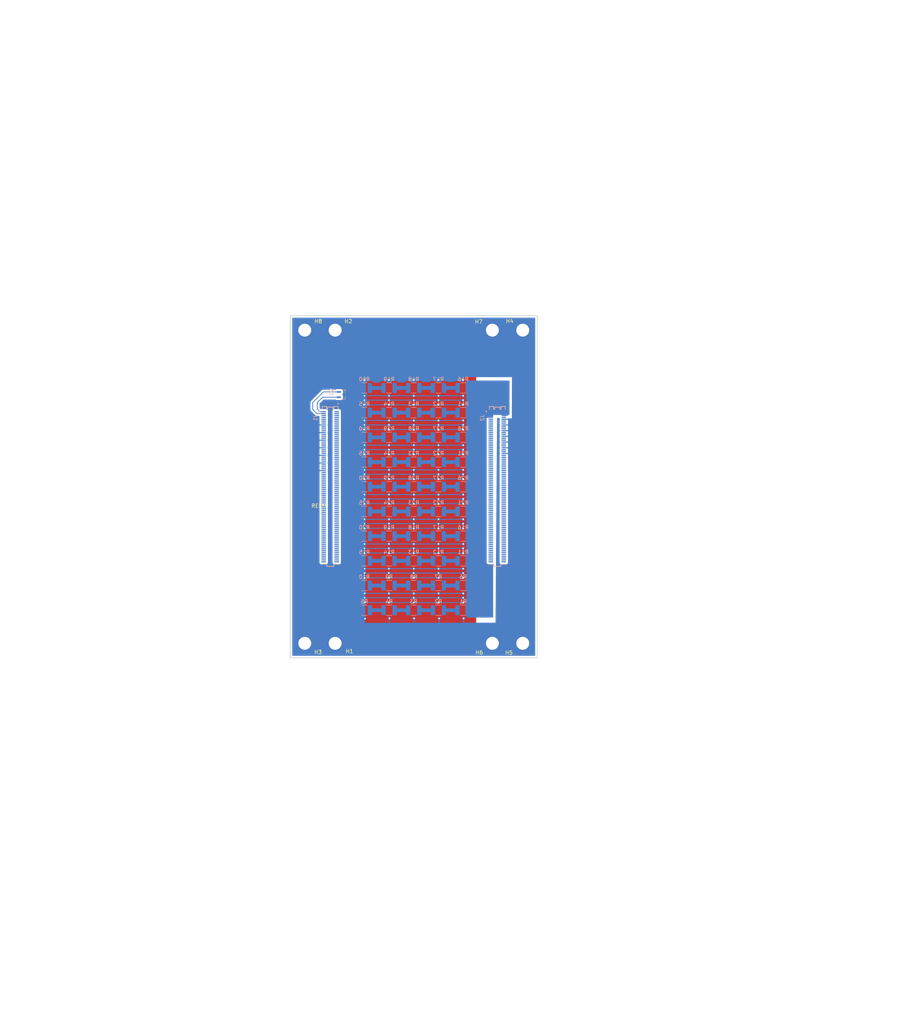
<source format=kicad_pcb>
(kicad_pcb (version 20211014) (generator pcbnew)
  (layers (0 "F.Cu" signal) (31 "B.Cu" signal) (34 "B.Paste" user) (35 "F.Paste" user) (36 "B.SilkS" user "B.Silkscreen") (37 "F.SilkS" user "F.Silkscreen") (38 "B.Mask" user) (39 "F.Mask" user) (44 "Edge.Cuts" user))
  (net 0 "")
  (net 152 "/12V_FROM_SURF")
  (net 153 "/DXP")
  (net 154 "/DXN")
  (net 155 "GND")
  (net 301 "Net-(R1-Pad2)")
  (net 302 "Net-(R2-Pad2)")
  (net 303 "Net-(R3-Pad2)")
  (net 304 "Net-(R4-Pad2)")
  (net 305 "Net-(R6-Pad2)")
  (net 306 "Net-(R7-Pad2)")
  (net 307 "Net-(R8-Pad2)")
  (net 308 "Net-(R10-Pad1)")
  (net 309 "Net-(R11-Pad2)")
  (net 310 "Net-(R12-Pad2)")
  (net 311 "Net-(R13-Pad2)")
  (net 312 "Net-(R14-Pad2)")
  (net 313 "Net-(R16-Pad2)")
  (net 314 "Net-(R17-Pad2)")
  (net 315 "Net-(R18-Pad2)")
  (net 316 "Net-(R19-Pad2)")
  (net 317 "Net-(R21-Pad2)")
  (net 318 "Net-(R22-Pad2)")
  (net 319 "Net-(R23-Pad2)")
  (net 320 "Net-(R24-Pad2)")
  (net 321 "Net-(R26-Pad2)")
  (net 322 "Net-(R27-Pad2)")
  (net 323 "Net-(R28-Pad2)")
  (net 324 "Net-(R29-Pad2)")
  (net 325 "Net-(R31-Pad2)")
  (net 326 "Net-(R32-Pad2)")
  (net 327 "Net-(R33-Pad2)")
  (net 328 "Net-(R34-Pad2)")
  (net 329 "Net-(R36-Pad2)")
  (net 330 "Net-(R37-Pad2)")
  (net 331 "Net-(R38-Pad2)")
  (net 332 "Net-(R39-Pad2)")
  (net 333 "Net-(R41-Pad2)")
  (net 334 "Net-(R42-Pad2)")
  (net 335 "Net-(R43-Pad2)")
  (net 336 "Net-(R44-Pad2)")
  (net 337 "Net-(R46-Pad2)")
  (net 338 "Net-(R47-Pad2)")
  (net 339 "Net-(R48-Pad2)")
  (net 340 "Net-(R49-Pad2)")
  (footprint "PERRI_hat_footprints:Mounting_Hole_for_PERRI" (layer "F.Cu") (at 112.425 130.55)
    (fp_text reference "H3")
    (fp_text value "MountingHole" hide)
  )
  (footprint "PERRI_hat_footprints:Mounting_Hole_for_PERRI" (layer "F.Cu") (at 120.425 48.15)
    (fp_text reference "H2")
    (fp_text value "MountingHole" hide)
  )
  (footprint "PERRI_hat_footprints:Mounting_Hole_for_PERRI" (layer "F.Cu") (at 161.825 130.55)
    (fp_text reference "H6")
    (fp_text value "MountingHole" hide)
  )
  (footprint "PERRI_hat_footprints:SolderMask_Pad" (layer "F.Cu") (at 115.88 89.98)
    (fp_text reference "REF**")
    (fp_text value "SolderMask_Pad")
  )
  (footprint "PERRI_hat_footprints:Mounting_Hole_for_PERRI" (layer "F.Cu") (at 169.825 48.15)
    (fp_text reference "H4")
    (fp_text value "MountingHole" hide)
  )
  (footprint "PERRI_hat_footprints:Mounting_Hole_for_PERRI" (layer "F.Cu") (at 161.825 48.15)
    (fp_text reference "H7")
    (fp_text value "MountingHole" hide)
  )
  (footprint "PERRI_hat_footprints:Mounting_Hole_for_PERRI" (layer "F.Cu") (at 112.425 48.15)
    (fp_text reference "H8")
    (fp_text value "MountingHole" hide)
  )
  (footprint "PERRI_hat_footprints:Mounting_Hole_for_PERRI" (layer "F.Cu") (at 120.425 130.55)
    (fp_text reference "H1")
    (fp_text value "MountingHole" hide)
  )
  (footprint "PERRI_hat_footprints:Mounting_Hole_for_PERRI" (layer "F.Cu") (at 169.825 130.55)
    (fp_text reference "H5")
    (fp_text value "  " hide)
  )
  (footprint "Resistor_SMD:R_1210_3225Metric" (layer "B.Cu") (at 134.2 103.95 180)
    (fp_text reference "R14")
    (fp_text value "11.5")
  )
  (footprint "Resistor_SMD:R_1210_3225Metric" (layer "B.Cu") (at 127.7 90.95 180)
    (fp_text reference "R25")
    (fp_text value "11.5")
  )
  (footprint "Resistor_SMD:R_1210_3225Metric" (layer "B.Cu") (at 153.7 97.45 180)
    (fp_text reference "R16")
    (fp_text value "11.5")
  )
  (footprint "Resistor_SMD:R_1210_3225Metric" (layer "B.Cu") (at 134.19 64.95 180)
    (fp_text reference "R44")
    (fp_text value "11.5")
  )
  (footprint "Resistor_SMD:R_1210_3225Metric" (layer "B.Cu") (at 140.69 64.95 180)
    (fp_text reference "R43")
    (fp_text value "11.5")
  )
  (footprint "Resistor_SMD:R_1210_3225Metric" (layer "B.Cu") (at 147.2 84.45 180)
    (fp_text reference "R27")
    (fp_text value "11.5")
  )
  (footprint "Resistor_SMD:R_1210_3225Metric" (layer "B.Cu") (at 140.7 103.95 180)
    (fp_text reference "R13")
    (fp_text value "11.5")
  )
  (footprint "Resistor_SMD:R_1210_3225Metric" (layer "B.Cu") (at 153.7 116.95 180)
    (fp_text reference "R1")
    (fp_text value "11.5")
  )
  (footprint "Resistor_SMD:R_1210_3225Metric" (layer "B.Cu") (at 147.2 90.95 180)
    (fp_text reference "R22")
    (fp_text value "11.5")
  )
  (footprint "Resistor_SMD:R_1210_3225Metric" (layer "B.Cu") (at 134.2 97.45 180)
    (fp_text reference "R19")
    (fp_text value "11.5")
  )
  (footprint "Resistor_SMD:R_1210_3225Metric" (layer "B.Cu") (at 127.7 84.45 180)
    (fp_text reference "R30")
    (fp_text value "11.5")
  )
  (footprint "Resistor_SMD:R_1210_3225Metric" (layer "B.Cu") (at 153.7 110.45 180)
    (fp_text reference "R6")
    (fp_text value "11.5")
  )
  (footprint "Resistor_SMD:R_1210_3225Metric" (layer "B.Cu") (at 134.2 58.45 180)
    (fp_text reference "R49")
    (fp_text value "11.5")
  )
  (footprint "Resistor_SMD:R_1210_3225Metric" (layer "B.Cu") (at 140.7 84.45 180)
    (fp_text reference "R28")
    (fp_text value "11.5")
  )
  (footprint "Resistor_SMD:R_1210_3225Metric" (layer "B.Cu") (at 147.2 77.95 180)
    (fp_text reference "R32")
    (fp_text value "11.5")
  )
  (footprint "Resistor_SMD:R_1210_3225Metric" (layer "B.Cu") (at 127.7 110.45 180)
    (fp_text reference "R10")
    (fp_text value "11.5")
  )
  (footprint "Resistor_SMD:R_1210_3225Metric" (layer "B.Cu") (at 140.7 116.95 180)
    (fp_text reference "R3")
    (fp_text value "11.5")
  )
  (footprint "Resistor_SMD:R_1210_3225Metric" (layer "B.Cu") (at 134.2 110.45 180)
    (fp_text reference "R9")
    (fp_text value "11.5")
  )
  (footprint "Resistor_SMD:R_1210_3225Metric" (layer "B.Cu") (at 134.2 84.45 180)
    (fp_text reference "R29")
    (fp_text value "11.5")
  )
  (footprint "Resistor_SMD:R_1210_3225Metric" (layer "B.Cu") (at 127.7 77.95 180)
    (fp_text reference "R35")
    (fp_text value "11.5")
  )
  (footprint "Resistor_SMD:R_1210_3225Metric" (layer "B.Cu") (at 147.2 110.45 180)
    (fp_text reference "R7")
    (fp_text value "11.5")
  )
  (footprint "Resistor_SMD:R_1210_3225Metric" (layer "B.Cu") (at 140.7 58.45 180)
    (fp_text reference "R48")
    (fp_text value "11.5")
  )
  (footprint "Resistor_SMD:R_1210_3225Metric" (layer "B.Cu") (at 134.2 116.95 180)
    (fp_text reference "R4")
    (fp_text value "11.5")
  )
  (footprint "Resistor_SMD:R_1210_3225Metric" (layer "B.Cu") (at 134.2 71.45 180)
    (fp_text reference "R39")
    (fp_text value "11.5")
  )
  (footprint "Resistor_SMD:R_1210_3225Metric" (layer "B.Cu") (at 147.2 116.95 180)
    (fp_text reference "R2")
    (fp_text value "11.5")
  )
  (footprint "Resistor_SMD:R_1210_3225Metric" (layer "B.Cu") (at 134.2 77.95 180)
    (fp_text reference "R34")
    (fp_text value "11.5")
  )
  (footprint "Resistor_SMD:R_1210_3225Metric" (layer "B.Cu") (at 153.7 77.95 180)
    (fp_text reference "R31")
    (fp_text value "11.5")
  )
  (footprint "Resistor_SMD:R_1210_3225Metric" (layer "B.Cu") (at 153.69 64.95 180)
    (fp_text reference "R41")
    (fp_text value "11.5")
  )
  (footprint "Resistor_SMD:R_1210_3225Metric" (layer "B.Cu") (at 140.7 97.45 180)
    (fp_text reference "R18")
    (fp_text value "11.5")
  )
  (footprint "Resistor_SMD:R_1210_3225Metric" (layer "B.Cu") (at 147.2 58.45 180)
    (fp_text reference "R47")
    (fp_text value "11.5")
  )
  (footprint "Resistor_SMD:R_1210_3225Metric" (layer "B.Cu") (at 127.7 103.95 180)
    (fp_text reference "R15")
    (fp_text value "11.5")
  )
  (footprint "PERRI_hat_footprints:SAMTEC_ST5-80-1.00-L-D-P-TR" (layer "B.Cu") (at 118.7 84.45 -90)
    (fp_text reference "J1")
    (fp_text value "ST5-80-1.00-L-D-P-TR")
  )
  (footprint "Resistor_SMD:R_1210_3225Metric" (layer "B.Cu") (at 147.19 64.95 180)
    (fp_text reference "R42")
    (fp_text value "11.5")
  )
  (footprint "Resistor_SMD:R_1210_3225Metric" (layer "B.Cu") (at 153.7 90.95 180)
    (fp_text reference "R21")
    (fp_text value "11.5")
  )
  (footprint "PERRI_hat_footprints:SAMTEC_ST5-80-1.00-L-D-P-TR" (layer "B.Cu") (at 162.7 84.45 -90)
    (fp_text reference "J2")
    (fp_text value "ST5-80-1.00-L-D-P-TR")
  )
  (footprint "Resistor_SMD:R_1210_3225Metric" (layer "B.Cu") (at 140.7 71.45 180)
    (fp_text reference "R38")
    (fp_text value "11.5")
  )
  (footprint "Resistor_SMD:R_1210_3225Metric" (layer "B.Cu") (at 127.7 97.45 180)
    (fp_text reference "R20")
    (fp_text value "11.5")
  )
  (footprint "Resistor_SMD:R_1210_3225Metric" (layer "B.Cu") (at 153.7 103.95 180)
    (fp_text reference "R11")
    (fp_text value "11.5")
  )
  (footprint "Resistor_SMD:R_1210_3225Metric" (layer "B.Cu") (at 127.695 58.45 180)
    (fp_text reference "R50")
    (fp_text value "11.5")
  )
  (footprint "Resistor_SMD:R_1210_3225Metric" (layer "B.Cu") (at 147.2 97.45 180)
    (fp_text reference "R17")
    (fp_text value "11.5")
  )
  (footprint "Resistor_SMD:R_1210_3225Metric" (layer "B.Cu") (at 140.7 77.95 180)
    (fp_text reference "R33")
    (fp_text value "11.5")
  )
  (footprint "Resistor_SMD:R_1210_3225Metric" (layer "B.Cu") (at 127.7 64.95 180)
    (fp_text reference "R45")
    (fp_text value "11.5")
  )
  (footprint "Resistor_SMD:R_1210_3225Metric" (layer "B.Cu") (at 127.7 71.45 180)
    (fp_text reference "R40")
    (fp_text value "11.5")
  )
  (footprint "Resistor_SMD:R_1210_3225Metric" (layer "B.Cu") (at 147.2 71.45 180)
    (fp_text reference "R37")
    (fp_text value "11.5")
  )
  (footprint "Resistor_SMD:R_1210_3225Metric" (layer "B.Cu") (at 153.7 58.45 180)
    (fp_text reference "R46")
    (fp_text value "11.5")
  )
  (footprint "Resistor_SMD:R_1210_3225Metric" (layer "B.Cu") (at 140.7 110.45 180)
    (fp_text reference "R8")
    (fp_text value "11.5")
  )
  (footprint "Resistor_SMD:R_1210_3225Metric" (layer "B.Cu") (at 153.7 71.45 180)
    (fp_text reference "R36")
    (fp_text value "11.5")
  )
  (footprint "Resistor_SMD:R_1210_3225Metric" (layer "B.Cu") (at 127.7 116.95 180)
    (fp_text reference "R5")
    (fp_text value "11.5")
  )
  (footprint "Resistor_SMD:R_1210_3225Metric" (layer "B.Cu") (at 147.2 103.95 180)
    (fp_text reference "R12")
    (fp_text value "11.5")
  )
  (footprint "Resistor_SMD:R_1210_3225Metric" (layer "B.Cu") (at 140.7 90.95 180)
    (fp_text reference "R23")
    (fp_text value "11.5")
  )
  (footprint "PERRI_hat_footprints:MMST3904-7-F" (layer "B.Cu") (at 121.900001 60.199999 90)
    (fp_text reference "Q1")
    (fp_text value "MMST3904-7-F" hide)
  )
  (footprint "Resistor_SMD:R_1210_3225Metric" (layer "B.Cu") (at 153.7 84.45 180)
    (fp_text reference "R26")
    (fp_text value "11.5")
  )
  (footprint "Resistor_SMD:R_1210_3225Metric" (layer "B.Cu") (at 134.2 90.95 180)
    (fp_text reference "R24")
    (fp_text value "11.5")
  )
  (gr_line (start 108.2 39.45) (end 108.2 129.45) (layer "Edge.Cuts") (width 0.2))
  (gr_line (start 173.2 129.45) (end 173.2 39.45) (layer "Edge.Cuts") (width 0.2))
  (gr_line (start 108.2 129.45) (end 173.2 129.45) (layer "Edge.Cuts") (width 0.2))
  (gr_line (start 173.2 39.45) (end 108.2 39.45) (layer "Edge.Cuts") (width 0.2))
  (segment (start 159.7 66.2) (end 159.4 65.9) (width 0.25) (layer "B.Cu") (net 152))
  (segment (start 160.64 66.2) (end 159.7 66.2) (width 0.25) (layer "B.Cu") (net 152))
  (segment (start 164.06 65.7) (end 165.23 65.7) (width 0.25) (layer "B.Cu") (net 152))
  (segment (start 165.23 65.7) (end 165.58 65.35) (width 0.25) (layer "B.Cu") (net 152))
  (segment (start 114.1 64.1) (end 114.1 62.3) (width 0.2) (layer "B.Cu") (net 153))
  (segment (start 115.2 65.2) (end 114.1 64.1) (width 0.2) (layer "B.Cu") (net 153))
  (segment (start 114.1 62.3) (end 116.900002 59.499998) (width 0.2) (layer "B.Cu") (net 153))
  (segment (start 116.900002 59.499998) (end 121 59.499998) (width 0.2) (layer "B.Cu") (net 153))
  (segment (start 116.64 65.2) (end 115.2 65.2) (width 0.2) (layer "B.Cu") (net 153))
  (segment (start 116.7 60.9) (end 121 60.9) (width 0.2) (layer "B.Cu") (net 154))
  (segment (start 115.3 64) (end 115.3 62.3) (width 0.2) (layer "B.Cu") (net 154))
  (segment (start 116.64 64.7) (end 116 64.7) (width 0.2) (layer "B.Cu") (net 154))
  (segment (start 116 64.7) (end 115.3 64) (width 0.2) (layer "B.Cu") (net 154))
  (segment (start 115.3 62.3) (end 116.7 60.9) (width 0.2) (layer "B.Cu") (net 154))
  (via (at 127.76 107.18) (size 0.8) (drill 0.4) (layers "F.Cu" "B.Cu") (net 155))
  (via (at 153.72 88.89) (size 0.8) (drill 0.4) (layers "F.Cu" "B.Cu") (net 155))
  (via (at 153.7 62.89) (size 0.8) (drill 0.4) (layers "F.Cu" "B.Cu") (net 155))
  (via (at 140.72 112.52) (size 0.8) (drill 0.4) (layers "F.Cu" "B.Cu") (net 155))
  (via (at 127.72 94.16) (size 0.8) (drill 0.4) (layers "F.Cu" "B.Cu") (net 155))
  (via (at 153.7 69.39) (size 0.8) (drill 0.4) (layers "F.Cu" "B.Cu") (net 155))
  (via (at 134.19 67.01) (size 0.8) (drill 0.4) (layers "F.Cu" "B.Cu") (net 155))
  (via (at 134.16 108.39) (size 0.8) (drill 0.4) (layers "F.Cu" "B.Cu") (net 155))
  (via (at 140.71 108.39) (size 0.8) (drill 0.4) (layers "F.Cu" "B.Cu") (net 155))
  (via (at 140.71 60.52) (size 0.8) (drill 0.4) (layers "F.Cu" "B.Cu") (net 155))
  (via (at 134.17 74.68) (size 0.8) (drill 0.4) (layers "F.Cu" "B.Cu") (net 155))
  (via (at 127.78 114.89) (size 0.8) (drill 0.4) (layers "F.Cu" "B.Cu") (net 155))
  (via (at 147.22 101.89) (size 0.8) (drill 0.4) (layers "F.Cu" "B.Cu") (net 155))
  (via (at 147.23 114.9) (size 0.8) (drill 0.4) (layers "F.Cu" "B.Cu") (net 155))
  (via (at 127.73 95.38) (size 0.8) (drill 0.4) (layers "F.Cu" "B.Cu") (net 155))
  (via (at 147.21 88.9) (size 0.8) (drill 0.4) (layers "F.Cu" "B.Cu") (net 155))
  (via (at 140.7 107.17) (size 0.8) (drill 0.4) (layers "F.Cu" "B.Cu") (net 155))
  (via (at 134.17 101.89) (size 0.8) (drill 0.4) (layers "F.Cu" "B.Cu") (net 155))
  (via (at 153.7 80.01) (size 0.8) (drill 0.4) (layers "F.Cu" "B.Cu") (net 155))
  (via (at 140.7 74.67) (size 0.8) (drill 0.4) (layers "F.Cu" "B.Cu") (net 155))
  (via (at 140.71 73.51) (size 0.8) (drill 0.4) (layers "F.Cu" "B.Cu") (net 155))
  (via (at 127.69 62.89) (size 0.8) (drill 0.4) (layers "F.Cu" "B.Cu") (net 155))
  (via (at 140.7 95.39) (size 0.8) (drill 0.4) (layers "F.Cu" "B.Cu") (net 155))
  (via (at 134.18 68.17) (size 0.8) (drill 0.4) (layers "F.Cu" "B.Cu") (net 155))
  (via (at 153.72 95.39) (size 0.8) (drill 0.4) (layers "F.Cu" "B.Cu") (net 155))
  (via (at 153.7 75.9) (size 0.8) (drill 0.4) (layers "F.Cu" "B.Cu") (net 155))
  (via (at 127.7 67.01) (size 0.8) (drill 0.4) (layers "F.Cu" "B.Cu") (net 155))
  (via (at 147.22 113.68) (size 0.8) (drill 0.4) (layers "F.Cu" "B.Cu") (net 155))
  (via (at 140.7 56.36) (size 0.8) (drill 0.4) (layers "F.Cu" "B.Cu") (net 155))
  (via (at 134.18 73.52) (size 0.8) (drill 0.4) (layers "F.Cu" "B.Cu") (net 155))
  (via (at 140.71 75.89) (size 0.8) (drill 0.4) (layers "F.Cu" "B.Cu") (net 155))
  (via (at 134.18 86.51) (size 0.8) (drill 0.4) (layers "F.Cu" "B.Cu") (net 155))
  (via (at 147.21 93.02) (size 0.8) (drill 0.4) (layers "F.Cu" "B.Cu") (net 155))
  (via (at 127.77 113.67) (size 0.8) (drill 0.4) (layers "F.Cu" "B.Cu") (net 155))
  (via (at 127.7 74.67) (size 0.8) (drill 0.4) (layers "F.Cu" "B.Cu") (net 155))
  (via (at 140.7 101.89) (size 0.8) (drill 0.4) (layers "F.Cu" "B.Cu") (net 155))
  (via (at 153.7 73.52) (size 0.8) (drill 0.4) (layers "F.Cu" "B.Cu") (net 155))
  (via (at 147.2 94.18) (size 0.8) (drill 0.4) (layers "F.Cu" "B.Cu") (net 155))
  (via (at 147.23 106.02) (size 0.8) (drill 0.4) (layers "F.Cu" "B.Cu") (net 155))
  (via (at 153.71 94.17) (size 0.8) (drill 0.4) (layers "F.Cu" "B.Cu") (net 155))
  (via (at 134.17 81.18) (size 0.8) (drill 0.4) (layers "F.Cu" "B.Cu") (net 155))
  (via (at 134.16 106.01) (size 0.8) (drill 0.4) (layers "F.Cu" "B.Cu") (net 155))
  (via (at 127.71 73.51) (size 0.8) (drill 0.4) (layers "F.Cu" "B.Cu") (net 155))
  (via (at 134.15 113.68) (size 0.8) (drill 0.4) (layers "F.Cu" "B.Cu") (net 155))
  (via (at 134.18 95.39) (size 0.8) (drill 0.4) (layers "F.Cu" "B.Cu") (net 155))
  (via (at 134.18 93.01) (size 0.8) (drill 0.4) (layers "F.Cu" "B.Cu") (net 155))
  (via (at 147.21 80.01) (size 0.8) (drill 0.4) (layers "F.Cu" "B.Cu") (net 155))
  (via (at 153.72 93.01) (size 0.8) (drill 0.4) (layers "F.Cu" "B.Cu") (net 155))
  (via (at 153.71 108.4) (size 0.8) (drill 0.4) (layers "F.Cu" "B.Cu") (net 155))
  (via (at 147.21 95.4) (size 0.8) (drill 0.4) (layers "F.Cu" "B.Cu") (net 155))
  (via (at 153.72 114.9) (size 0.8) (drill 0.4) (layers "F.Cu" "B.Cu") (net 155))
  (via (at 140.71 113.68) (size 0.8) (drill 0.4) (layers "F.Cu" "B.Cu") (net 155))
  (via (at 147.2 74.68) (size 0.8) (drill 0.4) (layers "F.Cu" "B.Cu") (net 155))
  (via (at 140.7 68.17) (size 0.8) (drill 0.4) (layers "F.Cu" "B.Cu") (net 155))
  (via (at 127.71 86.51) (size 0.8) (drill 0.4) (layers "F.Cu" "B.Cu") (net 155))
  (via (at 127.71 82.39) (size 0.8) (drill 0.4) (layers "F.Cu" "B.Cu") (net 155))
  (via (at 140.71 106.01) (size 0.8) (drill 0.4) (layers "F.Cu" "B.Cu") (net 155))
  (via (at 140.7 81.17) (size 0.8) (drill 0.4) (layers "F.Cu" "B.Cu") (net 155))
  (via (at 127.68 61.67) (size 0.8) (drill 0.4) (layers "F.Cu" "B.Cu") (net 155))
  (via (at 127.71 75.89) (size 0.8) (drill 0.4) (layers "F.Cu" "B.Cu") (net 155))
  (via (at 127.71 88.89) (size 0.8) (drill 0.4) (layers "F.Cu" "B.Cu") (net 155))
  (via (at 127.7 87.67) (size 0.8) (drill 0.4) (layers "F.Cu" "B.Cu") (net 155))
  (via (at 134.15 107.17) (size 0.8) (drill 0.4) (layers "F.Cu" "B.Cu") (net 155))
  (via (at 127.69 68.17) (size 0.8) (drill 0.4) (layers "F.Cu" "B.Cu") (net 155))
  (via (at 127.77 56.35) (size 0.8) (drill 0.4) (layers "F.Cu" "B.Cu") (net 155))
  (via (at 134.19 61.67) (size 0.8) (drill 0.4) (layers "F.Cu" "B.Cu") (net 155))
  (via (at 127.73 93) (size 0.8) (drill 0.4) (layers "F.Cu" "B.Cu") (net 155))
  (via (at 134.3 119.06) (size 0.8) (drill 0.4) (layers "F.Cu" "B.Cu") (net 155))
  (via (at 127.73 100.68) (size 0.8) (drill 0.4) (layers "F.Cu" "B.Cu") (net 155))
  (via (at 147.22 99.51) (size 0.8) (drill 0.4) (layers "F.Cu" "B.Cu") (net 155))
  (via (at 127.77 106.02) (size 0.8) (drill 0.4) (layers "F.Cu" "B.Cu") (net 155))
  (via (at 140.73 86.51) (size 0.8) (drill 0.4) (layers "F.Cu" "B.Cu") (net 155))
  (via (at 147.2 61.68) (size 0.8) (drill 0.4) (layers "F.Cu" "B.Cu") (net 155))
  (via (at 153.72 86.51) (size 0.8) (drill 0.4) (layers "F.Cu" "B.Cu") (net 155))
  (via (at 134.2 62.89) (size 0.8) (drill 0.4) (layers "F.Cu" "B.Cu") (net 155))
  (via (at 153.72 101.89) (size 0.8) (drill 0.4) (layers "F.Cu" "B.Cu") (net 155))
  (via (at 147.21 69.4) (size 0.8) (drill 0.4) (layers "F.Cu" "B.Cu") (net 155))
  (via (at 134.16 112.52) (size 0.8) (drill 0.4) (layers "F.Cu" "B.Cu") (net 155))
  (via (at 127.86 119.15) (size 0.8) (drill 0.4) (layers "F.Cu" "B.Cu") (net 155))
  (via (at 147.21 86.52) (size 0.8) (drill 0.4) (layers "F.Cu" "B.Cu") (net 155))
  (via (at 147.2 87.68) (size 0.8) (drill 0.4) (layers "F.Cu" "B.Cu") (net 155))
  (via (at 134.17 99.51) (size 0.8) (drill 0.4) (layers "F.Cu" "B.Cu") (net 155))
  (via (at 134.17 94.17) (size 0.8) (drill 0.4) (layers "F.Cu" "B.Cu") (net 155))
  (via (at 147.21 75.9) (size 0.8) (drill 0.4) (layers "F.Cu" "B.Cu") (net 155))
  (via (at 153.71 106.02) (size 0.8) (drill 0.4) (layers "F.Cu" "B.Cu") (net 155))
  (via (at 153.84 119.07) (size 0.8) (drill 0.4) (layers "F.Cu" "B.Cu") (net 155))
  (via (at 127.7 69.39) (size 0.8) (drill 0.4) (layers "F.Cu" "B.Cu") (net 155))
  (via (at 153.69 68.17) (size 0.8) (drill 0.4) (layers "F.Cu" "B.Cu") (net 155))
  (via (at 140.71 80.01) (size 0.8) (drill 0.4) (layers "F.Cu" "B.Cu") (net 155))
  (via (at 134.16 100.67) (size 0.8) (drill 0.4) (layers "F.Cu" "B.Cu") (net 155))
  (via (at 147.21 100.67) (size 0.8) (drill 0.4) (layers "F.Cu" "B.Cu") (net 155))
  (via (at 147.22 107.18) (size 0.8) (drill 0.4) (layers "F.Cu" "B.Cu") (net 155))
  (via (at 153.71 87.67) (size 0.8) (drill 0.4) (layers "F.Cu" "B.Cu") (net 155))
  (via (at 147.23 108.4) (size 0.8) (drill 0.4) (layers "F.Cu" "B.Cu") (net 155))
  (via (at 153.7 56.37) (size 0.8) (drill 0.4) (layers "F.Cu" "B.Cu") (net 155))
  (via (at 140.7 93.01) (size 0.8) (drill 0.4) (layers "F.Cu" "B.Cu") (net 155))
  (via (at 127.74 99.52) (size 0.8) (drill 0.4) (layers "F.Cu" "B.Cu") (net 155))
  (via (at 153.7 107.18) (size 0.8) (drill 0.4) (layers "F.Cu" "B.Cu") (net 155))
  (via (at 147.21 82.39) (size 0.8) (drill 0.4) (layers "F.Cu" "B.Cu") (net 155))
  (via (at 134.19 69.39) (size 0.8) (drill 0.4) (layers "F.Cu" "B.Cu") (net 155))
  (via (at 140.71 82.39) (size 0.8) (drill 0.4) (layers "F.Cu" "B.Cu") (net 155))
  (via (at 140.69 100.67) (size 0.8) (drill 0.4) (layers "F.Cu" "B.Cu") (net 155))
  (via (at 140.78 119.09) (size 0.8) (drill 0.4) (layers "F.Cu" "B.Cu") (net 155))
  (via (at 140.71 62.9) (size 0.8) (drill 0.4) (layers "F.Cu" "B.Cu") (net 155))
  (via (at 153.71 113.68) (size 0.8) (drill 0.4) (layers "F.Cu" "B.Cu") (net 155))
  (via (at 147.23 112.52) (size 0.8) (drill 0.4) (layers "F.Cu" "B.Cu") (net 155))
  (via (at 153.71 100.67) (size 0.8) (drill 0.4) (layers "F.Cu" "B.Cu") (net 155))
  (via (at 140.71 67.01) (size 0.8) (drill 0.4) (layers "F.Cu" "B.Cu") (net 155))
  (via (at 127.69 60.51) (size 0.8) (drill 0.4) (layers "F.Cu" "B.Cu") (net 155))
  (via (at 140.71 69.39) (size 0.8) (drill 0.4) (layers "F.Cu" "B.Cu") (net 155))
  (via (at 134.19 56.36) (size 0.8) (drill 0.4) (layers "F.Cu" "B.Cu") (net 155))
  (via (at 127.77 108.4) (size 0.8) (drill 0.4) (layers "F.Cu" "B.Cu") (net 155))
  (via (at 153.7 60.51) (size 0.8) (drill 0.4) (layers "F.Cu" "B.Cu") (net 155))
  (via (at 134.18 88.89) (size 0.8) (drill 0.4) (layers "F.Cu" "B.Cu") (net 155))
  (via (at 140.7 61.68) (size 0.8) (drill 0.4) (layers "F.Cu" "B.Cu") (net 155))
  (via (at 147.2 81.17) (size 0.8) (drill 0.4) (layers "F.Cu" "B.Cu") (net 155))
  (via (at 134.2 60.51) (size 0.8) (drill 0.4) (layers "F.Cu" "B.Cu") (net 155))
  (via (at 153.69 81.17) (size 0.8) (drill 0.4) (layers "F.Cu" "B.Cu") (net 155))
  (via (at 147.21 67.02) (size 0.8) (drill 0.4) (layers "F.Cu" "B.Cu") (net 155))
  (via (at 127.71 80.01) (size 0.8) (drill 0.4) (layers "F.Cu" "B.Cu") (net 155))
  (via (at 153.7 67.01) (size 0.8) (drill 0.4) (layers "F.Cu" "B.Cu") (net 155))
  (via (at 134.18 80.02) (size 0.8) (drill 0.4) (layers "F.Cu" "B.Cu") (net 155))
  (via (at 134.18 75.9) (size 0.8) (drill 0.4) (layers "F.Cu" "B.Cu") (net 155))
  (via (at 147.21 62.9) (size 0.8) (drill 0.4) (layers "F.Cu" "B.Cu") (net 155))
  (via (at 140.72 87.67) (size 0.8) (drill 0.4) (layers "F.Cu" "B.Cu") (net 155))
  (via (at 153.7 82.39) (size 0.8) (drill 0.4) (layers "F.Cu" "B.Cu") (net 155))
  (via (at 147.21 60.52) (size 0.8) (drill 0.4) (layers "F.Cu" "B.Cu") (net 155))
  (via (at 134.17 87.67) (size 0.8) (drill 0.4) (layers "F.Cu" "B.Cu") (net 155))
  (via (at 153.69 61.67) (size 0.8) (drill 0.4) (layers "F.Cu" "B.Cu") (net 155))
  (via (at 153.72 99.51) (size 0.8) (drill 0.4) (layers "F.Cu" "B.Cu") (net 155))
  (via (at 127.78 112.51) (size 0.8) (drill 0.4) (layers "F.Cu" "B.Cu") (net 155))
  (via (at 140.72 114.9) (size 0.8) (drill 0.4) (layers "F.Cu" "B.Cu") (net 155))
  (via (at 153.69 74.68) (size 0.8) (drill 0.4) (layers "F.Cu" "B.Cu") (net 155))
  (via (at 140.7 99.51) (size 0.8) (drill 0.4) (layers "F.Cu" "B.Cu") (net 155))
  (via (at 147.21 73.52) (size 0.8) (drill 0.4) (layers "F.Cu" "B.Cu") (net 155))
  (via (at 153.72 112.52) (size 0.8) (drill 0.4) (layers "F.Cu" "B.Cu") (net 155))
  (via (at 140.73 88.89) (size 0.8) (drill 0.4) (layers "F.Cu" "B.Cu") (net 155))
  (via (at 134.18 82.4) (size 0.8) (drill 0.4) (layers "F.Cu" "B.Cu") (net 155))
  (via (at 134.16 114.9) (size 0.8) (drill 0.4) (layers "F.Cu" "B.Cu") (net 155))
  (via (at 140.69 94.17) (size 0.8) (drill 0.4) (layers "F.Cu" "B.Cu") (net 155))
  (via (at 147.2 56.37) (size 0.8) (drill 0.4) (layers "F.Cu" "B.Cu") (net 155))
  (via (at 127.74 101.9) (size 0.8) (drill 0.4) (layers "F.Cu" "B.Cu") (net 155))
  (via (at 127.7 81.17) (size 0.8) (drill 0.4) (layers "F.Cu" "B.Cu") (net 155))
  (via (at 147.2 68.18) (size 0.8) (drill 0.4) (layers "F.Cu" "B.Cu") (net 155))
  (via (at 147.37 119.09) (size 0.8) (drill 0.4) (layers "F.Cu" "B.Cu") (net 155))
  (segment (start 134.2 62.89) (end 127.69 62.89) (width 0.25) (layer "B.Cu") (net 155))
  (segment (start 140.69 94.17) (end 134.17 94.17) (width 0.25) (layer "B.Cu") (net 155))
  (segment (start 153.7 62.89) (end 147.22 62.89) (width 0.25) (layer "B.Cu") (net 155))
  (segment (start 134.15 100.68) (end 134.16 100.67) (width 0.25) (layer "B.Cu") (net 155))
  (segment (start 164.06 72.7) (end 165.54 72.7) (width 0.25) (layer "B.Cu") (net 155))
  (segment (start 147.36 119.1) (end 147.36 120.86) (width 0.25) (layer "B.Cu") (net 155))
  (segment (start 140.7 93.01) (end 147.2 93.01) (width 0.25) (layer "B.Cu") (net 155))
  (segment (start 153.7 82.39) (end 147.21 82.39) (width 0.25) (layer "B.Cu") (net 155))
  (segment (start 134.16 108.39) (end 140.71 108.39) (width 0.25) (layer "B.Cu") (net 155))
  (segment (start 140.71 108.39) (end 147.22 108.39) (width 0.25) (layer "B.Cu") (net 155))
  (segment (start 140.71 75.89) (end 140.7 75.9) (width 0.25) (layer "B.Cu") (net 155))
  (segment (start 147.22 62.89) (end 147.21 62.9) (width 0.25) (layer "B.Cu") (net 155))
  (segment (start 147.22 107.18) (end 140.71 107.18) (width 0.25) (layer "B.Cu") (net 155))
  (segment (start 116.64 68.2) (end 115.5 68.2) (width 0.25) (layer "B.Cu") (net 155))
  (segment (start 134.17 75.89) (end 134.18 75.9) (width 0.25) (layer "B.Cu") (net 155))
  (segment (start 147.21 62.9) (end 140.71 62.9) (width 0.25) (layer "B.Cu") (net 155))
  (segment (start 147.2 94.18) (end 140.7 94.18) (width 0.25) (layer "B.Cu") (net 155))
  (segment (start 140.7 61.68) (end 147.2 61.68) (width 0.25) (layer "B.Cu") (net 155))
  (segment (start 140.7 99.51) (end 147.22 99.51) (width 0.25) (layer "B.Cu") (net 155))
  (segment (start 134.15 108.4) (end 134.16 108.39) (width 0.25) (layer "B.Cu") (net 155))
  (segment (start 134.18 95.39) (end 140.7 95.39) (width 0.25) (layer "B.Cu") (net 155))
  (segment (start 140.73 86.51) (end 134.18 86.51) (width 0.25) (layer "B.Cu") (net 155))
  (segment (start 134.18 82.4) (end 127.72 82.4) (width 0.25) (layer "B.Cu") (net 155))
  (segment (start 164.06 74.2) (end 165.57 74.2) (width 0.25) (layer "B.Cu") (net 155))
  (segment (start 147.2 95.39) (end 147.21 95.4) (width 0.25) (layer "B.Cu") (net 155))
  (segment (start 140.69 100.67) (end 134.16 100.67) (width 0.25) (layer "B.Cu") (net 155))
  (segment (start 153.72 99.51) (end 147.22 99.51) (width 0.25) (layer "B.Cu") (net 155))
  (segment (start 140.69 61.67) (end 140.7 61.68) (width 0.25) (layer "B.Cu") (net 155))
  (segment (start 147.21 100.67) (end 153.71 100.67) (width 0.25) (layer "B.Cu") (net 155))
  (segment (start 134.18 88.89) (end 140.73 88.89) (width 0.25) (layer "B.Cu") (net 155))
  (segment (start 134.18 95.39) (end 127.74 95.39) (width 0.25) (layer "B.Cu") (net 155))
  (segment (start 147.21 60.52) (end 140.71 60.52) (width 0.25) (layer "B.Cu") (net 155))
  (segment (start 140.71 73.51) (end 147.2 73.51) (width 0.25) (layer "B.Cu") (net 155))
  (segment (start 153.7 107.18) (end 147.22 107.18) (width 0.25) (layer "B.Cu") (net 155))
  (segment (start 134.18 93.01) (end 140.7 93.01) (width 0.25) (layer "B.Cu") (net 155))
  (segment (start 153.71 93.02) (end 153.72 93.01) (width 0.25) (layer "B.Cu") (net 155))
  (segment (start 134.17 73.51) (end 134.18 73.52) (width 0.25) (layer "B.Cu") (net 155))
  (segment (start 134.19 82.39) (end 134.18 82.4) (width 0.25) (layer "B.Cu") (net 155))
  (segment (start 153.68 61.68) (end 153.69 61.67) (width 0.25) (layer "B.Cu") (net 155))
  (segment (start 147.2 93.01) (end 147.21 93.02) (width 0.25) (layer "B.Cu") (net 155))
  (segment (start 153.72 101.89) (end 147.22 101.89) (width 0.25) (layer "B.Cu") (net 155))
  (segment (start 153.7 67.01) (end 147.22 67.01) (width 0.25) (layer "B.Cu") (net 155))
  (segment (start 127.73 93) (end 127.74 93.01) (width 0.25) (layer "B.Cu") (net 155))
  (segment (start 153.7 60.51) (end 147.22 60.51) (width 0.25) (layer "B.Cu") (net 155))
  (segment (start 134.15 114.89) (end 134.16 114.9) (width 0.25) (layer "B.Cu") (net 155))
  (segment (start 147.2 68.18) (end 140.71 68.18) (width 0.25) (layer "B.Cu") (net 155))
  (segment (start 153.7 94.18) (end 147.2 94.18) (width 0.25) (layer "B.Cu") (net 155))
  (segment (start 134.18 86.51) (end 127.71 86.51) (width 0.25) (layer "B.Cu") (net 155))
  (segment (start 134.16 106.01) (end 140.71 106.01) (width 0.25) (layer "B.Cu") (net 155))
  (segment (start 134.3 119.06) (end 134.3 120.74) (width 0.25) (layer "B.Cu") (net 155))
  (segment (start 127.73 100.68) (end 134.15 100.68) (width 0.25) (layer "B.Cu") (net 155))
  (segment (start 140.72 87.67) (end 134.17 87.67) (width 0.25) (layer "B.Cu") (net 155))
  (segment (start 164.06 69.7) (end 165.58 69.7) (width 0.25) (layer "B.Cu") (net 155))
  (segment (start 140.71 113.68) (end 147.22 113.68) (width 0.25) (layer "B.Cu") (net 155))
  (segment (start 153.72 88.89) (end 147.22 88.89) (width 0.25) (layer "B.Cu") (net 155))
  (segment (start 147.2 69.39) (end 147.21 69.4) (width 0.25) (layer "B.Cu") (net 155))
  (segment (start 147.22 67.01) (end 147.21 67.02) (width 0.25) (layer "B.Cu") (net 155))
  (segment (start 153.7 69.39) (end 147.22 69.39) (width 0.25) (layer "B.Cu") (net 155))
  (segment (start 116.64 70.2) (end 115.5 70.2) (width 0.25) (layer "B.Cu") (net 155))
  (segment (start 134.19 80.01) (end 134.18 80.02) (width 0.25) (layer "B.Cu") (net 155))
  (segment (start 147.22 113.68) (end 153.71 113.68) (width 0.25) (layer "B.Cu") (net 155))
  (segment (start 134.2 60.51) (end 140.7 60.51) (width 0.25) (layer "B.Cu") (net 155))
  (segment (start 147.2 74.68) (end 140.71 74.68) (width 0.25) (layer "B.Cu") (net 155))
  (segment (start 134.18 88.89) (end 127.71 88.89) (width 0.25) (layer "B.Cu") (net 155))
  (segment (start 134.18 73.52) (end 140.7 73.52) (width 0.25) (layer "B.Cu") (net 155))
  (segment (start 164.06 68.2) (end 165.62 68.2) (width 0.25) (layer "B.Cu") (net 155))
  (segment (start 127.77 108.4) (end 134.15 108.4) (width 0.25) (layer "B.Cu") (net 155))
  (segment (start 134.19 61.67) (end 127.68 61.67) (width 0.25) (layer "B.Cu") (net 155))
  (segment (start 147.19 87.67) (end 147.2 87.68) (width 0.25) (layer "B.Cu") (net 155))
  (segment (start 140.69 74.68) (end 140.7 74.67) (width 0.25) (layer "B.Cu") (net 155))
  (segment (start 153.72 112.52) (end 147.23 112.52) (width 0.25) (layer "B.Cu") (net 155))
  (segment (start 134.16 81.17) (end 134.17 81.18) (width 0.25) (layer "B.Cu") (net 155))
  (segment (start 127.71 73.51) (end 134.17 73.51) (width 0.25) (layer "B.Cu") (net 155))
  (segment (start 134.21 62.9) (end 134.2 62.89) (width 0.25) (layer "B.Cu") (net 155))
  (segment (start 116.64 78.2) (end 115.5 78.2) (width 0.25) (layer "B.Cu") (net 155))
  (segment (start 127.69 68.17) (end 134.18 68.17) (width 0.25) (layer "B.Cu") (net 155))
  (segment (start 140.71 106.01) (end 147.22 106.01) (width 0.25) (layer "B.Cu") (net 155))
  (segment (start 134.17 99.51) (end 140.7 99.51) (width 0.25) (layer "B.Cu") (net 155))
  (segment (start 127.71 75.89) (end 134.17 75.89) (width 0.25) (layer "B.Cu") (net 155))
  (segment (start 127.75 101.89) (end 127.74 101.9) (width 0.25) (layer "B.Cu") (net 155))
  (segment (start 147.21 80.01) (end 140.71 80.01) (width 0.25) (layer "B.Cu") (net 155))
  (segment (start 140.7 60.51) (end 140.71 60.52) (width 0.25) (layer "B.Cu") (net 155))
  (segment (start 127.77 113.67) (end 134.14 113.67) (width 0.25) (layer "B.Cu") (net 155))
  (segment (start 147.21 88.9) (end 140.74 88.9) (width 0.25) (layer "B.Cu") (net 155))
  (segment (start 140.71 107.18) (end 140.7 107.17) (width 0.25) (layer "B.Cu") (net 155))
  (segment (start 127.78 112.51) (end 134.15 112.51) (width 0.25) (layer "B.Cu") (net 155))
  (segment (start 134.19 61.67) (end 140.69 61.67) (width 0.25) (layer "B.Cu") (net 155))
  (segment (start 134.15 107.17) (end 127.77 107.17) (width 0.25) (layer "B.Cu") (net 155))
  (segment (start 147.22 108.39) (end 147.23 108.4) (width 0.25) (layer "B.Cu") (net 155))
  (segment (start 140.72 114.9) (end 134.16 114.9) (width 0.25) (layer "B.Cu") (net 155))
  (segment (start 127.77 107.17) (end 127.76 107.18) (width 0.25) (layer "B.Cu") (net 155))
  (segment (start 147.22 88.89) (end 147.21 88.9) (width 0.25) (layer "B.Cu") (net 155))
  (segment (start 127.7 87.67) (end 134.17 87.67) (width 0.25) (layer "B.Cu") (net 155))
  (segment (start 134.19 67.01) (end 127.7 67.01) (width 0.25) (layer "B.Cu") (net 155))
  (segment (start 127.72 82.4) (end 127.71 82.39) (width 0.25) (layer "B.Cu") (net 155))
  (segment (start 147.2 75.89) (end 147.21 75.9) (width 0.25) (layer "B.Cu") (net 155))
  (segment (start 153.71 94.17) (end 153.7 94.18) (width 0.25) (layer "B.Cu") (net 155))
  (segment (start 147.21 73.52) (end 153.7 73.52) (width 0.25) (layer "B.Cu") (net 155))
  (segment (start 140.7 75.9) (end 134.18 75.9) (width 0.25) (layer "B.Cu") (net 155))
  (segment (start 147.22 86.51) (end 147.21 86.52) (width 0.25) (layer "B.Cu") (net 155))
  (segment (start 147.23 108.4) (end 153.71 108.4) (width 0.25) (layer "B.Cu") (net 155))
  (segment (start 140.7 101.89) (end 147.22 101.89) (width 0.25) (layer "B.Cu") (net 155))
  (segment (start 140.71 74.68) (end 140.7 74.67) (width 0.25) (layer "B.Cu") (net 155))
  (segment (start 127.71 74.68) (end 127.7 74.67) (width 0.25) (layer "B.Cu") (net 155))
  (segment (start 147.2 87.68) (end 153.7 87.68) (width 0.25) (layer "B.Cu") (net 155))
  (segment (start 127.72 94.16) (end 134.16 94.16) (width 0.25) (layer "B.Cu") (net 155))
  (segment (start 147.23 114.9) (end 140.72 114.9) (width 0.25) (layer "B.Cu") (net 155))
  (segment (start 147.22 69.39) (end 147.21 69.4) (width 0.25) (layer "B.Cu") (net 155))
  (segment (start 140.7 81.17) (end 147.2 81.17) (width 0.25) (layer "B.Cu") (net 155))
  (segment (start 140.71 82.39) (end 134.19 82.39) (width 0.25) (layer "B.Cu") (net 155))
  (segment (start 153.7 87.68) (end 153.71 87.67) (width 0.25) (layer "B.Cu") (net 155))
  (segment (start 140.71 80.01) (end 134.19 80.01) (width 0.25) (layer "B.Cu") (net 155))
  (segment (start 153.71 95.4) (end 153.72 95.39) (width 0.25) (layer "B.Cu") (net 155))
  (segment (start 153.72 86.51) (end 147.22 86.51) (width 0.25) (layer "B.Cu") (net 155))
  (segment (start 140.71 62.9) (end 134.21 62.9) (width 0.25) (layer "B.Cu") (net 155))
  (segment (start 127.74 95.39) (end 127.73 95.38) (width 0.25) (layer "B.Cu") (net 155))
  (segment (start 147.21 93.02) (end 153.71 93.02) (width 0.25) (layer "B.Cu") (net 155))
  (segment (start 140.7 68.17) (end 134.18 68.17) (width 0.25) (layer "B.Cu") (net 155))
  (segment (start 116.64 72.2) (end 115.4 72.2) (width 0.25) (layer "B.Cu") (net 155))
  (segment (start 147.23 112.52) (end 140.72 112.52) (width 0.25) (layer "B.Cu") (net 155))
  (segment (start 134.17 101.89) (end 140.7 101.89) (width 0.25) (layer "B.Cu") (net 155))
  (segment (start 147.23 114.9) (end 153.72 114.9) (width 0.25) (layer "B.Cu") (net 155))
  (segment (start 165.72 75.7) (end 164.06 75.7) (width 0.25) (layer "B.Cu") (net 155))
  (segment (start 140.7 94.18) (end 140.69 94.17) (width 0.25) (layer "B.Cu") (net 155))
  (segment (start 140.7 95.39) (end 147.2 95.39) (width 0.25) (layer "B.Cu") (net 155))
  (segment (start 134.2 60.51) (end 127.69 60.51) (width 0.25) (layer "B.Cu") (net 155))
  (segment (start 134.17 80.01) (end 127.71 80.01) (width 0.25) (layer "B.Cu") (net 155))
  (segment (start 147.21 82.39) (end 140.71 82.39) (width 0.25) (layer "B.Cu") (net 155))
  (segment (start 147.21 95.4) (end 153.71 95.4) (width 0.25) (layer "B.Cu") (net 155))
  (segment (start 134.16 94.16) (end 134.17 94.17) (width 0.25) (layer "B.Cu") (net 155))
  (segment (start 134.15 113.68) (end 140.71 113.68) (width 0.25) (layer "B.Cu") (net 155))
  (segment (start 140.71 67.01) (end 147.2 67.01) (width 0.25) (layer "B.Cu") (net 155))
  (segment (start 140.72 112.52) (end 134.16 112.52) (width 0.25) (layer "B.Cu") (net 155))
  (segment (start 127.77 106.02) (end 134.15 106.02) (width 0.25) (layer "B.Cu") (net 155))
  (segment (start 134.18 80.02) (end 134.17 80.01) (width 0.25) (layer "B.Cu") (net 155))
  (segment (start 140.78 119.09) (end 140.78 120.77) (width 0.25) (layer "B.Cu") (net 155))
  (segment (start 147.37 119.09) (end 147.36 119.1) (width 0.25) (layer "B.Cu") (net 155))
  (segment (start 147.2 68.18) (end 153.68 68.18) (width 0.25) (layer "B.Cu") (net 155))
  (segment (start 153.7 80.01) (end 147.21 80.01) (width 0.25) (layer "B.Cu") (net 155))
  (segment (start 134.17 74.68) (end 127.71 74.68) (width 0.25) (layer "B.Cu") (net 155))
  (segment (start 134.19 69.39) (end 140.71 69.39) (width 0.25) (layer "B.Cu") (net 155))
  (segment (start 134.17 74.68) (end 140.69 74.68) (width 0.25) (layer "B.Cu") (net 155))
  (segment (start 147.22 60.51) (end 147.21 60.52) (width 0.25) (layer "B.Cu") (net 155))
  (segment (start 147.21 100.67) (end 140.69 100.67) (width 0.25) (layer "B.Cu") (net 155))
  (segment (start 127.74 93.01) (end 134.18 93.01) (width 0.25) (layer "B.Cu") (net 155))
  (segment (start 140.74 86.52) (end 140.73 86.51) (width 0.25) (layer "B.Cu") (net 155))
  (segment (start 140.7 107.17) (end 134.15 107.17) (width 0.25) (layer "B.Cu") (net 155))
  (segment (start 147.2 73.51) (end 147.21 73.52) (width 0.25) (layer "B.Cu") (net 155))
  (segment (start 116.64 74.2) (end 115.5 74.2) (width 0.25) (layer "B.Cu") (net 155))
  (segment (start 147.23 106.02) (end 153.71 106.02) (width 0.25) (layer "B.Cu") (net 155))
  (segment (start 164.06 71.2) (end 165.52 71.2) (width 0.25) (layer "B.Cu") (net 155))
  (segment (start 140.71 75.89) (end 147.2 75.89) (width 0.25) (layer "B.Cu") (net 155))
  (segment (start 134.17 99.51) (end 127.75 99.51) (width 0.25) (layer "B.Cu") (net 155))
  (segment (start 140.74 88.9) (end 140.73 88.89) (width 0.25) (layer "B.Cu") (net 155))
  (segment (start 134.15 112.51) (end 134.16 112.52) (width 0.25) (layer "B.Cu") (net 155))
  (segment (start 127.75 99.51) (end 127.74 99.52) (width 0.25) (layer "B.Cu") (net 155))
  (segment (start 140.7 73.52) (end 140.71 73.51) (width 0.25) (layer "B.Cu") (net 155))
  (segment (start 134.14 113.67) (end 134.15 113.68) (width 0.25) (layer "B.Cu") (net 155))
  (segment (start 134.17 101.89) (end 127.75 101.89) (width 0.25) (layer "B.Cu") (net 155))
  (segment (start 134.19 67.01) (end 140.71 67.01) (width 0.25) (layer "B.Cu") (net 155))
  (segment (start 140.71 69.39) (end 147.2 69.39) (width 0.25) (layer "B.Cu") (net 155))
  (segment (start 147.2 67.01) (end 147.21 67.02) (width 0.25) (layer "B.Cu") (net 155))
  (segment (start 140.71 68.18) (end 140.7 68.17) (width 0.25) (layer "B.Cu") (net 155))
  (segment (start 127.7 81.17) (end 134.16 81.17) (width 0.25) (layer "B.Cu") (net 155))
  (segment (start 140.69 81.18) (end 140.7 81.17) (width 0.25) (layer "B.Cu") (net 155))
  (segment (start 147.22 106.01) (end 147.23 106.02) (width 0.25) (layer "B.Cu") (net 155))
  (segment (start 147.21 86.52) (end 140.74 86.52) (width 0.25) (layer "B.Cu") (net 155))
  (segment (start 127.78 114.89) (end 134.15 114.89) (width 0.25) (layer "B.Cu") (net 155))
  (segment (start 134.17 81.18) (end 140.69 81.18) (width 0.25) (layer "B.Cu") (net 155))
  (segment (start 116.64 80.2) (end 115.5 80.2) (width 0.25) (layer "B.Cu") (net 155))
  (segment (start 134.15 106.02) (end 134.16 106.01) (width 0.25) (layer "B.Cu") (net 155))
  (segment (start 147.2 81.17) (end 153.69 81.17) (width 0.25) (layer "B.Cu") (net 155))
  (segment (start 153.84 119.07) (end 153.84 121.03) (width 0.25) (layer "B.Cu") (net 155))
  (segment (start 153.69 74.68) (end 147.2 74.68) (width 0.25) (layer "B.Cu") (net 155))
  (segment (start 116.64 76.2) (end 115.6 76.2) (width 0.25) (layer "B.Cu") (net 155))
  (segment (start 134.19 69.39) (end 127.7 69.39) (width 0.25) (layer "B.Cu") (net 155))
  (segment (start 140.72 87.67) (end 147.19 87.67) (width 0.25) (layer "B.Cu") (net 155))
  (segment (start 153.68 68.18) (end 153.69 68.17) (width 0.25) (layer "B.Cu") (net 155))
  (segment (start 147.21 75.9) (end 153.7 75.9) (width 0.25) (layer "B.Cu") (net 155))
  (segment (start 164.06 66.7) (end 165.67 66.7) (width 0.25) (layer "B.Cu") (net 155))
  (segment (start 147.2 61.68) (end 153.68 61.68) (width 0.25) (layer "B.Cu") (net 155))
  (segment (start 152.2375 116.95) (end 148.6625 116.95) (width 1) (layer "B.Cu") (net 301))
  (segment (start 145.7375 116.95) (end 142.1625 116.95) (width 1) (layer "B.Cu") (net 302))
  (segment (start 139.2375 116.95) (end 135.6625 116.95) (width 1) (layer "B.Cu") (net 303))
  (segment (start 132.7375 116.95) (end 129.1625 116.95) (width 1) (layer "B.Cu") (net 304))
  (segment (start 148.6625 110.45) (end 152.2375 110.45) (width 1) (layer "B.Cu") (net 305))
  (segment (start 142.1625 110.45) (end 145.7375 110.45) (width 1) (layer "B.Cu") (net 306))
  (segment (start 135.6625 110.45) (end 139.2375 110.45) (width 1) (layer "B.Cu") (net 307))
  (segment (start 129.1625 110.45) (end 132.7375 110.45) (width 1) (layer "B.Cu") (net 308))
  (segment (start 152.2375 103.95) (end 148.6625 103.95) (width 1) (layer "B.Cu") (net 309))
  (segment (start 145.7375 103.95) (end 142.1625 103.95) (width 1) (layer "B.Cu") (net 310))
  (segment (start 139.2375 103.95) (end 135.6625 103.95) (width 1) (layer "B.Cu") (net 311))
  (segment (start 132.7375 103.95) (end 129.1625 103.95) (width 1) (layer "B.Cu") (net 312))
  (segment (start 148.6625 97.45) (end 152.2375 97.45) (width 1) (layer "B.Cu") (net 313))
  (segment (start 142.1625 97.45) (end 145.7375 97.45) (width 1) (layer "B.Cu") (net 314))
  (segment (start 135.6625 97.45) (end 139.2375 97.45) (width 1) (layer "B.Cu") (net 315))
  (segment (start 129.1625 97.45) (end 132.7375 97.45) (width 1) (layer "B.Cu") (net 316))
  (segment (start 152.2375 90.95) (end 148.6625 90.95) (width 1) (layer "B.Cu") (net 317))
  (segment (start 145.7375 90.95) (end 142.1625 90.95) (width 1) (layer "B.Cu") (net 318))
  (segment (start 139.2375 90.95) (end 135.6625 90.95) (width 1) (layer "B.Cu") (net 319))
  (segment (start 132.7375 90.95) (end 129.1625 90.95) (width 1) (layer "B.Cu") (net 320))
  (segment (start 148.6625 84.45) (end 152.2375 84.45) (width 1) (layer "B.Cu") (net 321))
  (segment (start 142.1625 84.45) (end 145.7375 84.45) (width 1) (layer "B.Cu") (net 322))
  (segment (start 135.6625 84.45) (end 139.2375 84.45) (width 1) (layer "B.Cu") (net 323))
  (segment (start 132.7375 84.45) (end 129.1625 84.45) (width 1) (layer "B.Cu") (net 324))
  (segment (start 152.2375 77.95) (end 148.6625 77.95) (width 1) (layer "B.Cu") (net 325))
  (segment (start 145.7375 77.95) (end 142.1625 77.95) (width 1) (layer "B.Cu") (net 326))
  (segment (start 139.2375 77.95) (end 135.6625 77.95) (width 1) (layer "B.Cu") (net 327))
  (segment (start 132.7375 77.95) (end 129.1625 77.95) (width 1) (layer "B.Cu") (net 328))
  (segment (start 152.2375 71.45) (end 148.6625 71.45) (width 1) (layer "B.Cu") (net 329))
  (segment (start 145.7375 71.45) (end 142.1625 71.45) (width 1) (layer "B.Cu") (net 330))
  (segment (start 139.2375 71.45) (end 135.6625 71.45) (width 1) (layer "B.Cu") (net 331))
  (segment (start 132.7375 71.45) (end 129.1625 71.45) (width 1) (layer "B.Cu") (net 332))
  (segment (start 152.2275 64.95) (end 148.6525 64.95) (width 1) (layer "B.Cu") (net 333))
  (segment (start 145.7275 64.95) (end 142.1525 64.95) (width 1) (layer "B.Cu") (net 334))
  (segment (start 139.2275 64.95) (end 135.6525 64.95) (width 1) (layer "B.Cu") (net 335))
  (segment (start 132.7275 64.95) (end 129.1625 64.95) (width 1) (layer "B.Cu") (net 336))
  (segment (start 152.2375 58.45) (end 148.6625 58.45) (width 1) (layer "B.Cu") (net 337))
  (segment (start 145.7375 58.45) (end 142.1625 58.45) (width 1) (layer "B.Cu") (net 338))
  (segment (start 139.2375 58.45) (end 135.6625 58.45) (width 1) (layer "B.Cu") (net 339))
  (segment (start 132.7375 58.45) (end 129.1575 58.45) (width 1) (layer "B.Cu") (net 340))
  (zone (net 155) (net_name "GND") (layer "B.Cu") (connect_pads yes (clearance 0.508)) (min_thickness 0.254) (fill yes (thermal_gap 0.508) (thermal_bridge_width 0.508))
    (polygon (pts (xy 175.1 41.202353) (xy 175.131197 41.199388) (xy 177.04 123.19) (xy 176.754639 122.612304) (xy 176.76 133.08) (xy 105.4 132.4) (xy 106 39.5) (xy 175.1 39.4)))
    (polygon (pts (xy 153.8 56.82) (xy 128.313472 57.132312) (xy 127.90118 122.042464) (xy 127.980482 120.279172) (xy 162.23274 120.220154) (xy 162.64 66.33) (xy 166.53 66.46) (xy 166.562643 55.63237) (xy 153.7 55.59)))
  )
  (zone (net 152) (net_name "/12V_FROM_SURF") (layer "B.Cu") (connect_pads yes (clearance 0.508)) (min_thickness 0.254) (fill yes (thermal_gap 0.508) (thermal_bridge_width 0.508))
    (polygon (pts (xy 165.917541 56.510408) (xy 165.9 65.57) (xy 161.6 65.55) (xy 161.6 118.86) (xy 154.3 118.88) (xy 154.362498 56.48795)))
  )
)
</source>
